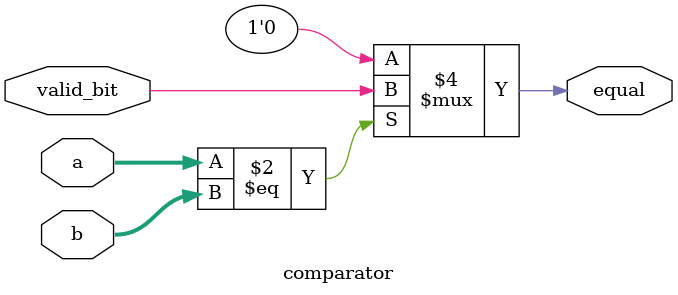
<source format=sv>

module comparator #(parameter width = 24)(
    input [width-1:0] a,
    input [width-1:0] b,
    input valid_bit,
    output logic equal
    );

    always_comb
    begin
        if (a == b)
            equal = valid_bit;
        else
            equal = 1'b0;
    end

endmodule : comparator

</source>
